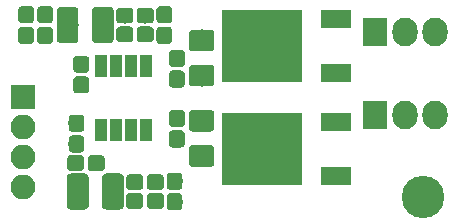
<source format=gts>
G04 #@! TF.GenerationSoftware,KiCad,Pcbnew,(5.0.1-dev-70-gb7b125d83)*
G04 #@! TF.CreationDate,2018-10-13T00:28:44+02:00*
G04 #@! TF.ProjectId,pwm-fan-control,70776D2D66616E2D636F6E74726F6C2E,rev?*
G04 #@! TF.SameCoordinates,Original*
G04 #@! TF.FileFunction,Soldermask,Top*
G04 #@! TF.FilePolarity,Negative*
%FSLAX46Y46*%
G04 Gerber Fmt 4.6, Leading zero omitted, Abs format (unit mm)*
G04 Created by KiCad (PCBNEW (5.0.1-dev-70-gb7b125d83)) date 10/13/18 00:28:44*
%MOMM*%
%LPD*%
G01*
G04 APERTURE LIST*
%ADD10R,2.600000X1.600000*%
%ADD11R,6.800000X6.200000*%
%ADD12C,0.100000*%
%ADD13C,1.825000*%
%ADD14C,1.350000*%
%ADD15O,2.130000X2.430000*%
%ADD16R,2.130000X2.430000*%
%ADD17R,2.100000X2.100000*%
%ADD18O,2.100000X2.100000*%
%ADD19R,1.000000X1.950000*%
%ADD20C,3.600000*%
G04 APERTURE END LIST*
D10*
G04 #@! TO.C,Q1*
X236200000Y-59180000D03*
X236200000Y-54620000D03*
D11*
X229900000Y-56900000D03*
G04 #@! TD*
G04 #@! TO.C,Q2*
X229900000Y-48200000D03*
D10*
X236200000Y-45920000D03*
X236200000Y-50480000D03*
G04 #@! TD*
D12*
G04 #@! TO.C,R12*
G36*
X225586207Y-49776542D02*
X225617287Y-49781152D01*
X225647766Y-49788787D01*
X225677350Y-49799372D01*
X225705754Y-49812806D01*
X225732704Y-49828959D01*
X225757942Y-49847677D01*
X225781223Y-49868777D01*
X225802323Y-49892058D01*
X225821041Y-49917296D01*
X225837194Y-49944246D01*
X225850628Y-49972650D01*
X225861213Y-50002234D01*
X225868848Y-50032713D01*
X225873458Y-50063793D01*
X225875000Y-50095176D01*
X225875000Y-51279824D01*
X225873458Y-51311207D01*
X225868848Y-51342287D01*
X225861213Y-51372766D01*
X225850628Y-51402350D01*
X225837194Y-51430754D01*
X225821041Y-51457704D01*
X225802323Y-51482942D01*
X225781223Y-51506223D01*
X225757942Y-51527323D01*
X225732704Y-51546041D01*
X225705754Y-51562194D01*
X225677350Y-51575628D01*
X225647766Y-51586213D01*
X225617287Y-51593848D01*
X225586207Y-51598458D01*
X225554824Y-51600000D01*
X224045176Y-51600000D01*
X224013793Y-51598458D01*
X223982713Y-51593848D01*
X223952234Y-51586213D01*
X223922650Y-51575628D01*
X223894246Y-51562194D01*
X223867296Y-51546041D01*
X223842058Y-51527323D01*
X223818777Y-51506223D01*
X223797677Y-51482942D01*
X223778959Y-51457704D01*
X223762806Y-51430754D01*
X223749372Y-51402350D01*
X223738787Y-51372766D01*
X223731152Y-51342287D01*
X223726542Y-51311207D01*
X223725000Y-51279824D01*
X223725000Y-50095176D01*
X223726542Y-50063793D01*
X223731152Y-50032713D01*
X223738787Y-50002234D01*
X223749372Y-49972650D01*
X223762806Y-49944246D01*
X223778959Y-49917296D01*
X223797677Y-49892058D01*
X223818777Y-49868777D01*
X223842058Y-49847677D01*
X223867296Y-49828959D01*
X223894246Y-49812806D01*
X223922650Y-49799372D01*
X223952234Y-49788787D01*
X223982713Y-49781152D01*
X224013793Y-49776542D01*
X224045176Y-49775000D01*
X225554824Y-49775000D01*
X225586207Y-49776542D01*
X225586207Y-49776542D01*
G37*
D13*
X224800000Y-50687500D03*
D12*
G36*
X225586207Y-46801542D02*
X225617287Y-46806152D01*
X225647766Y-46813787D01*
X225677350Y-46824372D01*
X225705754Y-46837806D01*
X225732704Y-46853959D01*
X225757942Y-46872677D01*
X225781223Y-46893777D01*
X225802323Y-46917058D01*
X225821041Y-46942296D01*
X225837194Y-46969246D01*
X225850628Y-46997650D01*
X225861213Y-47027234D01*
X225868848Y-47057713D01*
X225873458Y-47088793D01*
X225875000Y-47120176D01*
X225875000Y-48304824D01*
X225873458Y-48336207D01*
X225868848Y-48367287D01*
X225861213Y-48397766D01*
X225850628Y-48427350D01*
X225837194Y-48455754D01*
X225821041Y-48482704D01*
X225802323Y-48507942D01*
X225781223Y-48531223D01*
X225757942Y-48552323D01*
X225732704Y-48571041D01*
X225705754Y-48587194D01*
X225677350Y-48600628D01*
X225647766Y-48611213D01*
X225617287Y-48618848D01*
X225586207Y-48623458D01*
X225554824Y-48625000D01*
X224045176Y-48625000D01*
X224013793Y-48623458D01*
X223982713Y-48618848D01*
X223952234Y-48611213D01*
X223922650Y-48600628D01*
X223894246Y-48587194D01*
X223867296Y-48571041D01*
X223842058Y-48552323D01*
X223818777Y-48531223D01*
X223797677Y-48507942D01*
X223778959Y-48482704D01*
X223762806Y-48455754D01*
X223749372Y-48427350D01*
X223738787Y-48397766D01*
X223731152Y-48367287D01*
X223726542Y-48336207D01*
X223725000Y-48304824D01*
X223725000Y-47120176D01*
X223726542Y-47088793D01*
X223731152Y-47057713D01*
X223738787Y-47027234D01*
X223749372Y-46997650D01*
X223762806Y-46969246D01*
X223778959Y-46942296D01*
X223797677Y-46917058D01*
X223818777Y-46893777D01*
X223842058Y-46872677D01*
X223867296Y-46853959D01*
X223894246Y-46837806D01*
X223922650Y-46824372D01*
X223952234Y-46813787D01*
X223982713Y-46806152D01*
X224013793Y-46801542D01*
X224045176Y-46800000D01*
X225554824Y-46800000D01*
X225586207Y-46801542D01*
X225586207Y-46801542D01*
G37*
D13*
X224800000Y-47712500D03*
G04 #@! TD*
D12*
G04 #@! TO.C,R10*
G36*
X223070581Y-50251625D02*
X223103343Y-50256485D01*
X223135471Y-50264533D01*
X223166656Y-50275691D01*
X223196596Y-50289852D01*
X223225005Y-50306879D01*
X223251608Y-50326609D01*
X223276149Y-50348851D01*
X223298391Y-50373392D01*
X223318121Y-50399995D01*
X223335148Y-50428404D01*
X223349309Y-50458344D01*
X223360467Y-50489529D01*
X223368515Y-50521657D01*
X223373375Y-50554419D01*
X223375000Y-50587500D01*
X223375000Y-51362500D01*
X223373375Y-51395581D01*
X223368515Y-51428343D01*
X223360467Y-51460471D01*
X223349309Y-51491656D01*
X223335148Y-51521596D01*
X223318121Y-51550005D01*
X223298391Y-51576608D01*
X223276149Y-51601149D01*
X223251608Y-51623391D01*
X223225005Y-51643121D01*
X223196596Y-51660148D01*
X223166656Y-51674309D01*
X223135471Y-51685467D01*
X223103343Y-51693515D01*
X223070581Y-51698375D01*
X223037500Y-51700000D01*
X222362500Y-51700000D01*
X222329419Y-51698375D01*
X222296657Y-51693515D01*
X222264529Y-51685467D01*
X222233344Y-51674309D01*
X222203404Y-51660148D01*
X222174995Y-51643121D01*
X222148392Y-51623391D01*
X222123851Y-51601149D01*
X222101609Y-51576608D01*
X222081879Y-51550005D01*
X222064852Y-51521596D01*
X222050691Y-51491656D01*
X222039533Y-51460471D01*
X222031485Y-51428343D01*
X222026625Y-51395581D01*
X222025000Y-51362500D01*
X222025000Y-50587500D01*
X222026625Y-50554419D01*
X222031485Y-50521657D01*
X222039533Y-50489529D01*
X222050691Y-50458344D01*
X222064852Y-50428404D01*
X222081879Y-50399995D01*
X222101609Y-50373392D01*
X222123851Y-50348851D01*
X222148392Y-50326609D01*
X222174995Y-50306879D01*
X222203404Y-50289852D01*
X222233344Y-50275691D01*
X222264529Y-50264533D01*
X222296657Y-50256485D01*
X222329419Y-50251625D01*
X222362500Y-50250000D01*
X223037500Y-50250000D01*
X223070581Y-50251625D01*
X223070581Y-50251625D01*
G37*
D14*
X222700000Y-50975000D03*
D12*
G36*
X223070581Y-48501625D02*
X223103343Y-48506485D01*
X223135471Y-48514533D01*
X223166656Y-48525691D01*
X223196596Y-48539852D01*
X223225005Y-48556879D01*
X223251608Y-48576609D01*
X223276149Y-48598851D01*
X223298391Y-48623392D01*
X223318121Y-48649995D01*
X223335148Y-48678404D01*
X223349309Y-48708344D01*
X223360467Y-48739529D01*
X223368515Y-48771657D01*
X223373375Y-48804419D01*
X223375000Y-48837500D01*
X223375000Y-49612500D01*
X223373375Y-49645581D01*
X223368515Y-49678343D01*
X223360467Y-49710471D01*
X223349309Y-49741656D01*
X223335148Y-49771596D01*
X223318121Y-49800005D01*
X223298391Y-49826608D01*
X223276149Y-49851149D01*
X223251608Y-49873391D01*
X223225005Y-49893121D01*
X223196596Y-49910148D01*
X223166656Y-49924309D01*
X223135471Y-49935467D01*
X223103343Y-49943515D01*
X223070581Y-49948375D01*
X223037500Y-49950000D01*
X222362500Y-49950000D01*
X222329419Y-49948375D01*
X222296657Y-49943515D01*
X222264529Y-49935467D01*
X222233344Y-49924309D01*
X222203404Y-49910148D01*
X222174995Y-49893121D01*
X222148392Y-49873391D01*
X222123851Y-49851149D01*
X222101609Y-49826608D01*
X222081879Y-49800005D01*
X222064852Y-49771596D01*
X222050691Y-49741656D01*
X222039533Y-49710471D01*
X222031485Y-49678343D01*
X222026625Y-49645581D01*
X222025000Y-49612500D01*
X222025000Y-48837500D01*
X222026625Y-48804419D01*
X222031485Y-48771657D01*
X222039533Y-48739529D01*
X222050691Y-48708344D01*
X222064852Y-48678404D01*
X222081879Y-48649995D01*
X222101609Y-48623392D01*
X222123851Y-48598851D01*
X222148392Y-48576609D01*
X222174995Y-48556879D01*
X222203404Y-48539852D01*
X222233344Y-48525691D01*
X222264529Y-48514533D01*
X222296657Y-48506485D01*
X222329419Y-48501625D01*
X222362500Y-48500000D01*
X223037500Y-48500000D01*
X223070581Y-48501625D01*
X223070581Y-48501625D01*
G37*
D14*
X222700000Y-49225000D03*
G04 #@! TD*
D12*
G04 #@! TO.C,R9*
G36*
X218695581Y-46526625D02*
X218728343Y-46531485D01*
X218760471Y-46539533D01*
X218791656Y-46550691D01*
X218821596Y-46564852D01*
X218850005Y-46581879D01*
X218876608Y-46601609D01*
X218901149Y-46623851D01*
X218923391Y-46648392D01*
X218943121Y-46674995D01*
X218960148Y-46703404D01*
X218974309Y-46733344D01*
X218985467Y-46764529D01*
X218993515Y-46796657D01*
X218998375Y-46829419D01*
X219000000Y-46862500D01*
X219000000Y-47537500D01*
X218998375Y-47570581D01*
X218993515Y-47603343D01*
X218985467Y-47635471D01*
X218974309Y-47666656D01*
X218960148Y-47696596D01*
X218943121Y-47725005D01*
X218923391Y-47751608D01*
X218901149Y-47776149D01*
X218876608Y-47798391D01*
X218850005Y-47818121D01*
X218821596Y-47835148D01*
X218791656Y-47849309D01*
X218760471Y-47860467D01*
X218728343Y-47868515D01*
X218695581Y-47873375D01*
X218662500Y-47875000D01*
X217887500Y-47875000D01*
X217854419Y-47873375D01*
X217821657Y-47868515D01*
X217789529Y-47860467D01*
X217758344Y-47849309D01*
X217728404Y-47835148D01*
X217699995Y-47818121D01*
X217673392Y-47798391D01*
X217648851Y-47776149D01*
X217626609Y-47751608D01*
X217606879Y-47725005D01*
X217589852Y-47696596D01*
X217575691Y-47666656D01*
X217564533Y-47635471D01*
X217556485Y-47603343D01*
X217551625Y-47570581D01*
X217550000Y-47537500D01*
X217550000Y-46862500D01*
X217551625Y-46829419D01*
X217556485Y-46796657D01*
X217564533Y-46764529D01*
X217575691Y-46733344D01*
X217589852Y-46703404D01*
X217606879Y-46674995D01*
X217626609Y-46648392D01*
X217648851Y-46623851D01*
X217673392Y-46601609D01*
X217699995Y-46581879D01*
X217728404Y-46564852D01*
X217758344Y-46550691D01*
X217789529Y-46539533D01*
X217821657Y-46531485D01*
X217854419Y-46526625D01*
X217887500Y-46525000D01*
X218662500Y-46525000D01*
X218695581Y-46526625D01*
X218695581Y-46526625D01*
G37*
D14*
X218275000Y-47200000D03*
D12*
G36*
X220445581Y-46526625D02*
X220478343Y-46531485D01*
X220510471Y-46539533D01*
X220541656Y-46550691D01*
X220571596Y-46564852D01*
X220600005Y-46581879D01*
X220626608Y-46601609D01*
X220651149Y-46623851D01*
X220673391Y-46648392D01*
X220693121Y-46674995D01*
X220710148Y-46703404D01*
X220724309Y-46733344D01*
X220735467Y-46764529D01*
X220743515Y-46796657D01*
X220748375Y-46829419D01*
X220750000Y-46862500D01*
X220750000Y-47537500D01*
X220748375Y-47570581D01*
X220743515Y-47603343D01*
X220735467Y-47635471D01*
X220724309Y-47666656D01*
X220710148Y-47696596D01*
X220693121Y-47725005D01*
X220673391Y-47751608D01*
X220651149Y-47776149D01*
X220626608Y-47798391D01*
X220600005Y-47818121D01*
X220571596Y-47835148D01*
X220541656Y-47849309D01*
X220510471Y-47860467D01*
X220478343Y-47868515D01*
X220445581Y-47873375D01*
X220412500Y-47875000D01*
X219637500Y-47875000D01*
X219604419Y-47873375D01*
X219571657Y-47868515D01*
X219539529Y-47860467D01*
X219508344Y-47849309D01*
X219478404Y-47835148D01*
X219449995Y-47818121D01*
X219423392Y-47798391D01*
X219398851Y-47776149D01*
X219376609Y-47751608D01*
X219356879Y-47725005D01*
X219339852Y-47696596D01*
X219325691Y-47666656D01*
X219314533Y-47635471D01*
X219306485Y-47603343D01*
X219301625Y-47570581D01*
X219300000Y-47537500D01*
X219300000Y-46862500D01*
X219301625Y-46829419D01*
X219306485Y-46796657D01*
X219314533Y-46764529D01*
X219325691Y-46733344D01*
X219339852Y-46703404D01*
X219356879Y-46674995D01*
X219376609Y-46648392D01*
X219398851Y-46623851D01*
X219423392Y-46601609D01*
X219449995Y-46581879D01*
X219478404Y-46564852D01*
X219508344Y-46550691D01*
X219539529Y-46539533D01*
X219571657Y-46531485D01*
X219604419Y-46526625D01*
X219637500Y-46525000D01*
X220412500Y-46525000D01*
X220445581Y-46526625D01*
X220445581Y-46526625D01*
G37*
D14*
X220025000Y-47200000D03*
G04 #@! TD*
D12*
G04 #@! TO.C,C3*
G36*
X218695581Y-44926625D02*
X218728343Y-44931485D01*
X218760471Y-44939533D01*
X218791656Y-44950691D01*
X218821596Y-44964852D01*
X218850005Y-44981879D01*
X218876608Y-45001609D01*
X218901149Y-45023851D01*
X218923391Y-45048392D01*
X218943121Y-45074995D01*
X218960148Y-45103404D01*
X218974309Y-45133344D01*
X218985467Y-45164529D01*
X218993515Y-45196657D01*
X218998375Y-45229419D01*
X219000000Y-45262500D01*
X219000000Y-45937500D01*
X218998375Y-45970581D01*
X218993515Y-46003343D01*
X218985467Y-46035471D01*
X218974309Y-46066656D01*
X218960148Y-46096596D01*
X218943121Y-46125005D01*
X218923391Y-46151608D01*
X218901149Y-46176149D01*
X218876608Y-46198391D01*
X218850005Y-46218121D01*
X218821596Y-46235148D01*
X218791656Y-46249309D01*
X218760471Y-46260467D01*
X218728343Y-46268515D01*
X218695581Y-46273375D01*
X218662500Y-46275000D01*
X217887500Y-46275000D01*
X217854419Y-46273375D01*
X217821657Y-46268515D01*
X217789529Y-46260467D01*
X217758344Y-46249309D01*
X217728404Y-46235148D01*
X217699995Y-46218121D01*
X217673392Y-46198391D01*
X217648851Y-46176149D01*
X217626609Y-46151608D01*
X217606879Y-46125005D01*
X217589852Y-46096596D01*
X217575691Y-46066656D01*
X217564533Y-46035471D01*
X217556485Y-46003343D01*
X217551625Y-45970581D01*
X217550000Y-45937500D01*
X217550000Y-45262500D01*
X217551625Y-45229419D01*
X217556485Y-45196657D01*
X217564533Y-45164529D01*
X217575691Y-45133344D01*
X217589852Y-45103404D01*
X217606879Y-45074995D01*
X217626609Y-45048392D01*
X217648851Y-45023851D01*
X217673392Y-45001609D01*
X217699995Y-44981879D01*
X217728404Y-44964852D01*
X217758344Y-44950691D01*
X217789529Y-44939533D01*
X217821657Y-44931485D01*
X217854419Y-44926625D01*
X217887500Y-44925000D01*
X218662500Y-44925000D01*
X218695581Y-44926625D01*
X218695581Y-44926625D01*
G37*
D14*
X218275000Y-45600000D03*
D12*
G36*
X220445581Y-44926625D02*
X220478343Y-44931485D01*
X220510471Y-44939533D01*
X220541656Y-44950691D01*
X220571596Y-44964852D01*
X220600005Y-44981879D01*
X220626608Y-45001609D01*
X220651149Y-45023851D01*
X220673391Y-45048392D01*
X220693121Y-45074995D01*
X220710148Y-45103404D01*
X220724309Y-45133344D01*
X220735467Y-45164529D01*
X220743515Y-45196657D01*
X220748375Y-45229419D01*
X220750000Y-45262500D01*
X220750000Y-45937500D01*
X220748375Y-45970581D01*
X220743515Y-46003343D01*
X220735467Y-46035471D01*
X220724309Y-46066656D01*
X220710148Y-46096596D01*
X220693121Y-46125005D01*
X220673391Y-46151608D01*
X220651149Y-46176149D01*
X220626608Y-46198391D01*
X220600005Y-46218121D01*
X220571596Y-46235148D01*
X220541656Y-46249309D01*
X220510471Y-46260467D01*
X220478343Y-46268515D01*
X220445581Y-46273375D01*
X220412500Y-46275000D01*
X219637500Y-46275000D01*
X219604419Y-46273375D01*
X219571657Y-46268515D01*
X219539529Y-46260467D01*
X219508344Y-46249309D01*
X219478404Y-46235148D01*
X219449995Y-46218121D01*
X219423392Y-46198391D01*
X219398851Y-46176149D01*
X219376609Y-46151608D01*
X219356879Y-46125005D01*
X219339852Y-46096596D01*
X219325691Y-46066656D01*
X219314533Y-46035471D01*
X219306485Y-46003343D01*
X219301625Y-45970581D01*
X219300000Y-45937500D01*
X219300000Y-45262500D01*
X219301625Y-45229419D01*
X219306485Y-45196657D01*
X219314533Y-45164529D01*
X219325691Y-45133344D01*
X219339852Y-45103404D01*
X219356879Y-45074995D01*
X219376609Y-45048392D01*
X219398851Y-45023851D01*
X219423392Y-45001609D01*
X219449995Y-44981879D01*
X219478404Y-44964852D01*
X219508344Y-44950691D01*
X219539529Y-44939533D01*
X219571657Y-44931485D01*
X219604419Y-44926625D01*
X219637500Y-44925000D01*
X220412500Y-44925000D01*
X220445581Y-44926625D01*
X220445581Y-44926625D01*
G37*
D14*
X220025000Y-45600000D03*
G04 #@! TD*
D12*
G04 #@! TO.C,L2*
G36*
X214074102Y-44876542D02*
X214105182Y-44881152D01*
X214135661Y-44888787D01*
X214165245Y-44899372D01*
X214193649Y-44912806D01*
X214220599Y-44928959D01*
X214245837Y-44947677D01*
X214269118Y-44968777D01*
X214290218Y-44992058D01*
X214308936Y-45017296D01*
X214325089Y-45044246D01*
X214338523Y-45072650D01*
X214349108Y-45102234D01*
X214356743Y-45132713D01*
X214361353Y-45163793D01*
X214362895Y-45195176D01*
X214362895Y-47604824D01*
X214361353Y-47636207D01*
X214356743Y-47667287D01*
X214349108Y-47697766D01*
X214338523Y-47727350D01*
X214325089Y-47755754D01*
X214308936Y-47782704D01*
X214290218Y-47807942D01*
X214269118Y-47831223D01*
X214245837Y-47852323D01*
X214220599Y-47871041D01*
X214193649Y-47887194D01*
X214165245Y-47900628D01*
X214135661Y-47911213D01*
X214105182Y-47918848D01*
X214074102Y-47923458D01*
X214042719Y-47925000D01*
X212858071Y-47925000D01*
X212826688Y-47923458D01*
X212795608Y-47918848D01*
X212765129Y-47911213D01*
X212735545Y-47900628D01*
X212707141Y-47887194D01*
X212680191Y-47871041D01*
X212654953Y-47852323D01*
X212631672Y-47831223D01*
X212610572Y-47807942D01*
X212591854Y-47782704D01*
X212575701Y-47755754D01*
X212562267Y-47727350D01*
X212551682Y-47697766D01*
X212544047Y-47667287D01*
X212539437Y-47636207D01*
X212537895Y-47604824D01*
X212537895Y-45195176D01*
X212539437Y-45163793D01*
X212544047Y-45132713D01*
X212551682Y-45102234D01*
X212562267Y-45072650D01*
X212575701Y-45044246D01*
X212591854Y-45017296D01*
X212610572Y-44992058D01*
X212631672Y-44968777D01*
X212654953Y-44947677D01*
X212680191Y-44928959D01*
X212707141Y-44912806D01*
X212735545Y-44899372D01*
X212765129Y-44888787D01*
X212795608Y-44881152D01*
X212826688Y-44876542D01*
X212858071Y-44875000D01*
X214042719Y-44875000D01*
X214074102Y-44876542D01*
X214074102Y-44876542D01*
G37*
D13*
X213450395Y-46400000D03*
D12*
G36*
X217049102Y-44876542D02*
X217080182Y-44881152D01*
X217110661Y-44888787D01*
X217140245Y-44899372D01*
X217168649Y-44912806D01*
X217195599Y-44928959D01*
X217220837Y-44947677D01*
X217244118Y-44968777D01*
X217265218Y-44992058D01*
X217283936Y-45017296D01*
X217300089Y-45044246D01*
X217313523Y-45072650D01*
X217324108Y-45102234D01*
X217331743Y-45132713D01*
X217336353Y-45163793D01*
X217337895Y-45195176D01*
X217337895Y-47604824D01*
X217336353Y-47636207D01*
X217331743Y-47667287D01*
X217324108Y-47697766D01*
X217313523Y-47727350D01*
X217300089Y-47755754D01*
X217283936Y-47782704D01*
X217265218Y-47807942D01*
X217244118Y-47831223D01*
X217220837Y-47852323D01*
X217195599Y-47871041D01*
X217168649Y-47887194D01*
X217140245Y-47900628D01*
X217110661Y-47911213D01*
X217080182Y-47918848D01*
X217049102Y-47923458D01*
X217017719Y-47925000D01*
X215833071Y-47925000D01*
X215801688Y-47923458D01*
X215770608Y-47918848D01*
X215740129Y-47911213D01*
X215710545Y-47900628D01*
X215682141Y-47887194D01*
X215655191Y-47871041D01*
X215629953Y-47852323D01*
X215606672Y-47831223D01*
X215585572Y-47807942D01*
X215566854Y-47782704D01*
X215550701Y-47755754D01*
X215537267Y-47727350D01*
X215526682Y-47697766D01*
X215519047Y-47667287D01*
X215514437Y-47636207D01*
X215512895Y-47604824D01*
X215512895Y-45195176D01*
X215514437Y-45163793D01*
X215519047Y-45132713D01*
X215526682Y-45102234D01*
X215537267Y-45072650D01*
X215550701Y-45044246D01*
X215566854Y-45017296D01*
X215585572Y-44992058D01*
X215606672Y-44968777D01*
X215629953Y-44947677D01*
X215655191Y-44928959D01*
X215682141Y-44912806D01*
X215710545Y-44899372D01*
X215740129Y-44888787D01*
X215770608Y-44881152D01*
X215801688Y-44876542D01*
X215833071Y-44875000D01*
X217017719Y-44875000D01*
X217049102Y-44876542D01*
X217049102Y-44876542D01*
G37*
D13*
X216425395Y-46400000D03*
G04 #@! TD*
D12*
G04 #@! TO.C,R11*
G36*
X222008476Y-44801625D02*
X222041238Y-44806485D01*
X222073366Y-44814533D01*
X222104551Y-44825691D01*
X222134491Y-44839852D01*
X222162900Y-44856879D01*
X222189503Y-44876609D01*
X222214044Y-44898851D01*
X222236286Y-44923392D01*
X222256016Y-44949995D01*
X222273043Y-44978404D01*
X222287204Y-45008344D01*
X222298362Y-45039529D01*
X222306410Y-45071657D01*
X222311270Y-45104419D01*
X222312895Y-45137500D01*
X222312895Y-45912500D01*
X222311270Y-45945581D01*
X222306410Y-45978343D01*
X222298362Y-46010471D01*
X222287204Y-46041656D01*
X222273043Y-46071596D01*
X222256016Y-46100005D01*
X222236286Y-46126608D01*
X222214044Y-46151149D01*
X222189503Y-46173391D01*
X222162900Y-46193121D01*
X222134491Y-46210148D01*
X222104551Y-46224309D01*
X222073366Y-46235467D01*
X222041238Y-46243515D01*
X222008476Y-46248375D01*
X221975395Y-46250000D01*
X221300395Y-46250000D01*
X221267314Y-46248375D01*
X221234552Y-46243515D01*
X221202424Y-46235467D01*
X221171239Y-46224309D01*
X221141299Y-46210148D01*
X221112890Y-46193121D01*
X221086287Y-46173391D01*
X221061746Y-46151149D01*
X221039504Y-46126608D01*
X221019774Y-46100005D01*
X221002747Y-46071596D01*
X220988586Y-46041656D01*
X220977428Y-46010471D01*
X220969380Y-45978343D01*
X220964520Y-45945581D01*
X220962895Y-45912500D01*
X220962895Y-45137500D01*
X220964520Y-45104419D01*
X220969380Y-45071657D01*
X220977428Y-45039529D01*
X220988586Y-45008344D01*
X221002747Y-44978404D01*
X221019774Y-44949995D01*
X221039504Y-44923392D01*
X221061746Y-44898851D01*
X221086287Y-44876609D01*
X221112890Y-44856879D01*
X221141299Y-44839852D01*
X221171239Y-44825691D01*
X221202424Y-44814533D01*
X221234552Y-44806485D01*
X221267314Y-44801625D01*
X221300395Y-44800000D01*
X221975395Y-44800000D01*
X222008476Y-44801625D01*
X222008476Y-44801625D01*
G37*
D14*
X221637895Y-45525000D03*
D12*
G36*
X222008476Y-46551625D02*
X222041238Y-46556485D01*
X222073366Y-46564533D01*
X222104551Y-46575691D01*
X222134491Y-46589852D01*
X222162900Y-46606879D01*
X222189503Y-46626609D01*
X222214044Y-46648851D01*
X222236286Y-46673392D01*
X222256016Y-46699995D01*
X222273043Y-46728404D01*
X222287204Y-46758344D01*
X222298362Y-46789529D01*
X222306410Y-46821657D01*
X222311270Y-46854419D01*
X222312895Y-46887500D01*
X222312895Y-47662500D01*
X222311270Y-47695581D01*
X222306410Y-47728343D01*
X222298362Y-47760471D01*
X222287204Y-47791656D01*
X222273043Y-47821596D01*
X222256016Y-47850005D01*
X222236286Y-47876608D01*
X222214044Y-47901149D01*
X222189503Y-47923391D01*
X222162900Y-47943121D01*
X222134491Y-47960148D01*
X222104551Y-47974309D01*
X222073366Y-47985467D01*
X222041238Y-47993515D01*
X222008476Y-47998375D01*
X221975395Y-48000000D01*
X221300395Y-48000000D01*
X221267314Y-47998375D01*
X221234552Y-47993515D01*
X221202424Y-47985467D01*
X221171239Y-47974309D01*
X221141299Y-47960148D01*
X221112890Y-47943121D01*
X221086287Y-47923391D01*
X221061746Y-47901149D01*
X221039504Y-47876608D01*
X221019774Y-47850005D01*
X221002747Y-47821596D01*
X220988586Y-47791656D01*
X220977428Y-47760471D01*
X220969380Y-47728343D01*
X220964520Y-47695581D01*
X220962895Y-47662500D01*
X220962895Y-46887500D01*
X220964520Y-46854419D01*
X220969380Y-46821657D01*
X220977428Y-46789529D01*
X220988586Y-46758344D01*
X221002747Y-46728404D01*
X221019774Y-46699995D01*
X221039504Y-46673392D01*
X221061746Y-46648851D01*
X221086287Y-46626609D01*
X221112890Y-46606879D01*
X221141299Y-46589852D01*
X221171239Y-46575691D01*
X221202424Y-46564533D01*
X221234552Y-46556485D01*
X221267314Y-46551625D01*
X221300395Y-46550000D01*
X221975395Y-46550000D01*
X222008476Y-46551625D01*
X222008476Y-46551625D01*
G37*
D14*
X221637895Y-47275000D03*
G04 #@! TD*
D12*
G04 #@! TO.C,R8*
G36*
X211908476Y-44801625D02*
X211941238Y-44806485D01*
X211973366Y-44814533D01*
X212004551Y-44825691D01*
X212034491Y-44839852D01*
X212062900Y-44856879D01*
X212089503Y-44876609D01*
X212114044Y-44898851D01*
X212136286Y-44923392D01*
X212156016Y-44949995D01*
X212173043Y-44978404D01*
X212187204Y-45008344D01*
X212198362Y-45039529D01*
X212206410Y-45071657D01*
X212211270Y-45104419D01*
X212212895Y-45137500D01*
X212212895Y-45912500D01*
X212211270Y-45945581D01*
X212206410Y-45978343D01*
X212198362Y-46010471D01*
X212187204Y-46041656D01*
X212173043Y-46071596D01*
X212156016Y-46100005D01*
X212136286Y-46126608D01*
X212114044Y-46151149D01*
X212089503Y-46173391D01*
X212062900Y-46193121D01*
X212034491Y-46210148D01*
X212004551Y-46224309D01*
X211973366Y-46235467D01*
X211941238Y-46243515D01*
X211908476Y-46248375D01*
X211875395Y-46250000D01*
X211200395Y-46250000D01*
X211167314Y-46248375D01*
X211134552Y-46243515D01*
X211102424Y-46235467D01*
X211071239Y-46224309D01*
X211041299Y-46210148D01*
X211012890Y-46193121D01*
X210986287Y-46173391D01*
X210961746Y-46151149D01*
X210939504Y-46126608D01*
X210919774Y-46100005D01*
X210902747Y-46071596D01*
X210888586Y-46041656D01*
X210877428Y-46010471D01*
X210869380Y-45978343D01*
X210864520Y-45945581D01*
X210862895Y-45912500D01*
X210862895Y-45137500D01*
X210864520Y-45104419D01*
X210869380Y-45071657D01*
X210877428Y-45039529D01*
X210888586Y-45008344D01*
X210902747Y-44978404D01*
X210919774Y-44949995D01*
X210939504Y-44923392D01*
X210961746Y-44898851D01*
X210986287Y-44876609D01*
X211012890Y-44856879D01*
X211041299Y-44839852D01*
X211071239Y-44825691D01*
X211102424Y-44814533D01*
X211134552Y-44806485D01*
X211167314Y-44801625D01*
X211200395Y-44800000D01*
X211875395Y-44800000D01*
X211908476Y-44801625D01*
X211908476Y-44801625D01*
G37*
D14*
X211537895Y-45525000D03*
D12*
G36*
X211908476Y-46551625D02*
X211941238Y-46556485D01*
X211973366Y-46564533D01*
X212004551Y-46575691D01*
X212034491Y-46589852D01*
X212062900Y-46606879D01*
X212089503Y-46626609D01*
X212114044Y-46648851D01*
X212136286Y-46673392D01*
X212156016Y-46699995D01*
X212173043Y-46728404D01*
X212187204Y-46758344D01*
X212198362Y-46789529D01*
X212206410Y-46821657D01*
X212211270Y-46854419D01*
X212212895Y-46887500D01*
X212212895Y-47662500D01*
X212211270Y-47695581D01*
X212206410Y-47728343D01*
X212198362Y-47760471D01*
X212187204Y-47791656D01*
X212173043Y-47821596D01*
X212156016Y-47850005D01*
X212136286Y-47876608D01*
X212114044Y-47901149D01*
X212089503Y-47923391D01*
X212062900Y-47943121D01*
X212034491Y-47960148D01*
X212004551Y-47974309D01*
X211973366Y-47985467D01*
X211941238Y-47993515D01*
X211908476Y-47998375D01*
X211875395Y-48000000D01*
X211200395Y-48000000D01*
X211167314Y-47998375D01*
X211134552Y-47993515D01*
X211102424Y-47985467D01*
X211071239Y-47974309D01*
X211041299Y-47960148D01*
X211012890Y-47943121D01*
X210986287Y-47923391D01*
X210961746Y-47901149D01*
X210939504Y-47876608D01*
X210919774Y-47850005D01*
X210902747Y-47821596D01*
X210888586Y-47791656D01*
X210877428Y-47760471D01*
X210869380Y-47728343D01*
X210864520Y-47695581D01*
X210862895Y-47662500D01*
X210862895Y-46887500D01*
X210864520Y-46854419D01*
X210869380Y-46821657D01*
X210877428Y-46789529D01*
X210888586Y-46758344D01*
X210902747Y-46728404D01*
X210919774Y-46699995D01*
X210939504Y-46673392D01*
X210961746Y-46648851D01*
X210986287Y-46626609D01*
X211012890Y-46606879D01*
X211041299Y-46589852D01*
X211071239Y-46575691D01*
X211102424Y-46564533D01*
X211134552Y-46556485D01*
X211167314Y-46551625D01*
X211200395Y-46550000D01*
X211875395Y-46550000D01*
X211908476Y-46551625D01*
X211908476Y-46551625D01*
G37*
D14*
X211537895Y-47275000D03*
G04 #@! TD*
D12*
G04 #@! TO.C,R7*
G36*
X210308476Y-44801625D02*
X210341238Y-44806485D01*
X210373366Y-44814533D01*
X210404551Y-44825691D01*
X210434491Y-44839852D01*
X210462900Y-44856879D01*
X210489503Y-44876609D01*
X210514044Y-44898851D01*
X210536286Y-44923392D01*
X210556016Y-44949995D01*
X210573043Y-44978404D01*
X210587204Y-45008344D01*
X210598362Y-45039529D01*
X210606410Y-45071657D01*
X210611270Y-45104419D01*
X210612895Y-45137500D01*
X210612895Y-45912500D01*
X210611270Y-45945581D01*
X210606410Y-45978343D01*
X210598362Y-46010471D01*
X210587204Y-46041656D01*
X210573043Y-46071596D01*
X210556016Y-46100005D01*
X210536286Y-46126608D01*
X210514044Y-46151149D01*
X210489503Y-46173391D01*
X210462900Y-46193121D01*
X210434491Y-46210148D01*
X210404551Y-46224309D01*
X210373366Y-46235467D01*
X210341238Y-46243515D01*
X210308476Y-46248375D01*
X210275395Y-46250000D01*
X209600395Y-46250000D01*
X209567314Y-46248375D01*
X209534552Y-46243515D01*
X209502424Y-46235467D01*
X209471239Y-46224309D01*
X209441299Y-46210148D01*
X209412890Y-46193121D01*
X209386287Y-46173391D01*
X209361746Y-46151149D01*
X209339504Y-46126608D01*
X209319774Y-46100005D01*
X209302747Y-46071596D01*
X209288586Y-46041656D01*
X209277428Y-46010471D01*
X209269380Y-45978343D01*
X209264520Y-45945581D01*
X209262895Y-45912500D01*
X209262895Y-45137500D01*
X209264520Y-45104419D01*
X209269380Y-45071657D01*
X209277428Y-45039529D01*
X209288586Y-45008344D01*
X209302747Y-44978404D01*
X209319774Y-44949995D01*
X209339504Y-44923392D01*
X209361746Y-44898851D01*
X209386287Y-44876609D01*
X209412890Y-44856879D01*
X209441299Y-44839852D01*
X209471239Y-44825691D01*
X209502424Y-44814533D01*
X209534552Y-44806485D01*
X209567314Y-44801625D01*
X209600395Y-44800000D01*
X210275395Y-44800000D01*
X210308476Y-44801625D01*
X210308476Y-44801625D01*
G37*
D14*
X209937895Y-45525000D03*
D12*
G36*
X210308476Y-46551625D02*
X210341238Y-46556485D01*
X210373366Y-46564533D01*
X210404551Y-46575691D01*
X210434491Y-46589852D01*
X210462900Y-46606879D01*
X210489503Y-46626609D01*
X210514044Y-46648851D01*
X210536286Y-46673392D01*
X210556016Y-46699995D01*
X210573043Y-46728404D01*
X210587204Y-46758344D01*
X210598362Y-46789529D01*
X210606410Y-46821657D01*
X210611270Y-46854419D01*
X210612895Y-46887500D01*
X210612895Y-47662500D01*
X210611270Y-47695581D01*
X210606410Y-47728343D01*
X210598362Y-47760471D01*
X210587204Y-47791656D01*
X210573043Y-47821596D01*
X210556016Y-47850005D01*
X210536286Y-47876608D01*
X210514044Y-47901149D01*
X210489503Y-47923391D01*
X210462900Y-47943121D01*
X210434491Y-47960148D01*
X210404551Y-47974309D01*
X210373366Y-47985467D01*
X210341238Y-47993515D01*
X210308476Y-47998375D01*
X210275395Y-48000000D01*
X209600395Y-48000000D01*
X209567314Y-47998375D01*
X209534552Y-47993515D01*
X209502424Y-47985467D01*
X209471239Y-47974309D01*
X209441299Y-47960148D01*
X209412890Y-47943121D01*
X209386287Y-47923391D01*
X209361746Y-47901149D01*
X209339504Y-47876608D01*
X209319774Y-47850005D01*
X209302747Y-47821596D01*
X209288586Y-47791656D01*
X209277428Y-47760471D01*
X209269380Y-47728343D01*
X209264520Y-47695581D01*
X209262895Y-47662500D01*
X209262895Y-46887500D01*
X209264520Y-46854419D01*
X209269380Y-46821657D01*
X209277428Y-46789529D01*
X209288586Y-46758344D01*
X209302747Y-46728404D01*
X209319774Y-46699995D01*
X209339504Y-46673392D01*
X209361746Y-46648851D01*
X209386287Y-46626609D01*
X209412890Y-46606879D01*
X209441299Y-46589852D01*
X209471239Y-46575691D01*
X209502424Y-46564533D01*
X209534552Y-46556485D01*
X209567314Y-46551625D01*
X209600395Y-46550000D01*
X210275395Y-46550000D01*
X210308476Y-46551625D01*
X210308476Y-46551625D01*
G37*
D14*
X209937895Y-47275000D03*
G04 #@! TD*
D12*
G04 #@! TO.C,C1*
G36*
X214970581Y-49001625D02*
X215003343Y-49006485D01*
X215035471Y-49014533D01*
X215066656Y-49025691D01*
X215096596Y-49039852D01*
X215125005Y-49056879D01*
X215151608Y-49076609D01*
X215176149Y-49098851D01*
X215198391Y-49123392D01*
X215218121Y-49149995D01*
X215235148Y-49178404D01*
X215249309Y-49208344D01*
X215260467Y-49239529D01*
X215268515Y-49271657D01*
X215273375Y-49304419D01*
X215275000Y-49337500D01*
X215275000Y-50112500D01*
X215273375Y-50145581D01*
X215268515Y-50178343D01*
X215260467Y-50210471D01*
X215249309Y-50241656D01*
X215235148Y-50271596D01*
X215218121Y-50300005D01*
X215198391Y-50326608D01*
X215176149Y-50351149D01*
X215151608Y-50373391D01*
X215125005Y-50393121D01*
X215096596Y-50410148D01*
X215066656Y-50424309D01*
X215035471Y-50435467D01*
X215003343Y-50443515D01*
X214970581Y-50448375D01*
X214937500Y-50450000D01*
X214262500Y-50450000D01*
X214229419Y-50448375D01*
X214196657Y-50443515D01*
X214164529Y-50435467D01*
X214133344Y-50424309D01*
X214103404Y-50410148D01*
X214074995Y-50393121D01*
X214048392Y-50373391D01*
X214023851Y-50351149D01*
X214001609Y-50326608D01*
X213981879Y-50300005D01*
X213964852Y-50271596D01*
X213950691Y-50241656D01*
X213939533Y-50210471D01*
X213931485Y-50178343D01*
X213926625Y-50145581D01*
X213925000Y-50112500D01*
X213925000Y-49337500D01*
X213926625Y-49304419D01*
X213931485Y-49271657D01*
X213939533Y-49239529D01*
X213950691Y-49208344D01*
X213964852Y-49178404D01*
X213981879Y-49149995D01*
X214001609Y-49123392D01*
X214023851Y-49098851D01*
X214048392Y-49076609D01*
X214074995Y-49056879D01*
X214103404Y-49039852D01*
X214133344Y-49025691D01*
X214164529Y-49014533D01*
X214196657Y-49006485D01*
X214229419Y-49001625D01*
X214262500Y-49000000D01*
X214937500Y-49000000D01*
X214970581Y-49001625D01*
X214970581Y-49001625D01*
G37*
D14*
X214600000Y-49725000D03*
D12*
G36*
X214970581Y-50751625D02*
X215003343Y-50756485D01*
X215035471Y-50764533D01*
X215066656Y-50775691D01*
X215096596Y-50789852D01*
X215125005Y-50806879D01*
X215151608Y-50826609D01*
X215176149Y-50848851D01*
X215198391Y-50873392D01*
X215218121Y-50899995D01*
X215235148Y-50928404D01*
X215249309Y-50958344D01*
X215260467Y-50989529D01*
X215268515Y-51021657D01*
X215273375Y-51054419D01*
X215275000Y-51087500D01*
X215275000Y-51862500D01*
X215273375Y-51895581D01*
X215268515Y-51928343D01*
X215260467Y-51960471D01*
X215249309Y-51991656D01*
X215235148Y-52021596D01*
X215218121Y-52050005D01*
X215198391Y-52076608D01*
X215176149Y-52101149D01*
X215151608Y-52123391D01*
X215125005Y-52143121D01*
X215096596Y-52160148D01*
X215066656Y-52174309D01*
X215035471Y-52185467D01*
X215003343Y-52193515D01*
X214970581Y-52198375D01*
X214937500Y-52200000D01*
X214262500Y-52200000D01*
X214229419Y-52198375D01*
X214196657Y-52193515D01*
X214164529Y-52185467D01*
X214133344Y-52174309D01*
X214103404Y-52160148D01*
X214074995Y-52143121D01*
X214048392Y-52123391D01*
X214023851Y-52101149D01*
X214001609Y-52076608D01*
X213981879Y-52050005D01*
X213964852Y-52021596D01*
X213950691Y-51991656D01*
X213939533Y-51960471D01*
X213931485Y-51928343D01*
X213926625Y-51895581D01*
X213925000Y-51862500D01*
X213925000Y-51087500D01*
X213926625Y-51054419D01*
X213931485Y-51021657D01*
X213939533Y-50989529D01*
X213950691Y-50958344D01*
X213964852Y-50928404D01*
X213981879Y-50899995D01*
X214001609Y-50873392D01*
X214023851Y-50848851D01*
X214048392Y-50826609D01*
X214074995Y-50806879D01*
X214103404Y-50789852D01*
X214133344Y-50775691D01*
X214164529Y-50764533D01*
X214196657Y-50756485D01*
X214229419Y-50751625D01*
X214262500Y-50750000D01*
X214937500Y-50750000D01*
X214970581Y-50751625D01*
X214970581Y-50751625D01*
G37*
D14*
X214600000Y-51475000D03*
G04 #@! TD*
D12*
G04 #@! TO.C,C2*
G36*
X221295581Y-60626625D02*
X221328343Y-60631485D01*
X221360471Y-60639533D01*
X221391656Y-60650691D01*
X221421596Y-60664852D01*
X221450005Y-60681879D01*
X221476608Y-60701609D01*
X221501149Y-60723851D01*
X221523391Y-60748392D01*
X221543121Y-60774995D01*
X221560148Y-60803404D01*
X221574309Y-60833344D01*
X221585467Y-60864529D01*
X221593515Y-60896657D01*
X221598375Y-60929419D01*
X221600000Y-60962500D01*
X221600000Y-61637500D01*
X221598375Y-61670581D01*
X221593515Y-61703343D01*
X221585467Y-61735471D01*
X221574309Y-61766656D01*
X221560148Y-61796596D01*
X221543121Y-61825005D01*
X221523391Y-61851608D01*
X221501149Y-61876149D01*
X221476608Y-61898391D01*
X221450005Y-61918121D01*
X221421596Y-61935148D01*
X221391656Y-61949309D01*
X221360471Y-61960467D01*
X221328343Y-61968515D01*
X221295581Y-61973375D01*
X221262500Y-61975000D01*
X220487500Y-61975000D01*
X220454419Y-61973375D01*
X220421657Y-61968515D01*
X220389529Y-61960467D01*
X220358344Y-61949309D01*
X220328404Y-61935148D01*
X220299995Y-61918121D01*
X220273392Y-61898391D01*
X220248851Y-61876149D01*
X220226609Y-61851608D01*
X220206879Y-61825005D01*
X220189852Y-61796596D01*
X220175691Y-61766656D01*
X220164533Y-61735471D01*
X220156485Y-61703343D01*
X220151625Y-61670581D01*
X220150000Y-61637500D01*
X220150000Y-60962500D01*
X220151625Y-60929419D01*
X220156485Y-60896657D01*
X220164533Y-60864529D01*
X220175691Y-60833344D01*
X220189852Y-60803404D01*
X220206879Y-60774995D01*
X220226609Y-60748392D01*
X220248851Y-60723851D01*
X220273392Y-60701609D01*
X220299995Y-60681879D01*
X220328404Y-60664852D01*
X220358344Y-60650691D01*
X220389529Y-60639533D01*
X220421657Y-60631485D01*
X220454419Y-60626625D01*
X220487500Y-60625000D01*
X221262500Y-60625000D01*
X221295581Y-60626625D01*
X221295581Y-60626625D01*
G37*
D14*
X220875000Y-61300000D03*
D12*
G36*
X219545581Y-60626625D02*
X219578343Y-60631485D01*
X219610471Y-60639533D01*
X219641656Y-60650691D01*
X219671596Y-60664852D01*
X219700005Y-60681879D01*
X219726608Y-60701609D01*
X219751149Y-60723851D01*
X219773391Y-60748392D01*
X219793121Y-60774995D01*
X219810148Y-60803404D01*
X219824309Y-60833344D01*
X219835467Y-60864529D01*
X219843515Y-60896657D01*
X219848375Y-60929419D01*
X219850000Y-60962500D01*
X219850000Y-61637500D01*
X219848375Y-61670581D01*
X219843515Y-61703343D01*
X219835467Y-61735471D01*
X219824309Y-61766656D01*
X219810148Y-61796596D01*
X219793121Y-61825005D01*
X219773391Y-61851608D01*
X219751149Y-61876149D01*
X219726608Y-61898391D01*
X219700005Y-61918121D01*
X219671596Y-61935148D01*
X219641656Y-61949309D01*
X219610471Y-61960467D01*
X219578343Y-61968515D01*
X219545581Y-61973375D01*
X219512500Y-61975000D01*
X218737500Y-61975000D01*
X218704419Y-61973375D01*
X218671657Y-61968515D01*
X218639529Y-61960467D01*
X218608344Y-61949309D01*
X218578404Y-61935148D01*
X218549995Y-61918121D01*
X218523392Y-61898391D01*
X218498851Y-61876149D01*
X218476609Y-61851608D01*
X218456879Y-61825005D01*
X218439852Y-61796596D01*
X218425691Y-61766656D01*
X218414533Y-61735471D01*
X218406485Y-61703343D01*
X218401625Y-61670581D01*
X218400000Y-61637500D01*
X218400000Y-60962500D01*
X218401625Y-60929419D01*
X218406485Y-60896657D01*
X218414533Y-60864529D01*
X218425691Y-60833344D01*
X218439852Y-60803404D01*
X218456879Y-60774995D01*
X218476609Y-60748392D01*
X218498851Y-60723851D01*
X218523392Y-60701609D01*
X218549995Y-60681879D01*
X218578404Y-60664852D01*
X218608344Y-60650691D01*
X218639529Y-60639533D01*
X218671657Y-60631485D01*
X218704419Y-60626625D01*
X218737500Y-60625000D01*
X219512500Y-60625000D01*
X219545581Y-60626625D01*
X219545581Y-60626625D01*
G37*
D14*
X219125000Y-61300000D03*
G04 #@! TD*
D15*
G04 #@! TO.C,J1*
X244580000Y-54000000D03*
X242040000Y-54000000D03*
D16*
X239500000Y-54000000D03*
G04 #@! TD*
D17*
G04 #@! TO.C,J2*
X209700000Y-52500000D03*
D18*
X209700000Y-55040000D03*
X209700000Y-57580000D03*
X209700000Y-60120000D03*
G04 #@! TD*
D12*
G04 #@! TO.C,L1*
G36*
X217911207Y-58976542D02*
X217942287Y-58981152D01*
X217972766Y-58988787D01*
X218002350Y-58999372D01*
X218030754Y-59012806D01*
X218057704Y-59028959D01*
X218082942Y-59047677D01*
X218106223Y-59068777D01*
X218127323Y-59092058D01*
X218146041Y-59117296D01*
X218162194Y-59144246D01*
X218175628Y-59172650D01*
X218186213Y-59202234D01*
X218193848Y-59232713D01*
X218198458Y-59263793D01*
X218200000Y-59295176D01*
X218200000Y-61704824D01*
X218198458Y-61736207D01*
X218193848Y-61767287D01*
X218186213Y-61797766D01*
X218175628Y-61827350D01*
X218162194Y-61855754D01*
X218146041Y-61882704D01*
X218127323Y-61907942D01*
X218106223Y-61931223D01*
X218082942Y-61952323D01*
X218057704Y-61971041D01*
X218030754Y-61987194D01*
X218002350Y-62000628D01*
X217972766Y-62011213D01*
X217942287Y-62018848D01*
X217911207Y-62023458D01*
X217879824Y-62025000D01*
X216695176Y-62025000D01*
X216663793Y-62023458D01*
X216632713Y-62018848D01*
X216602234Y-62011213D01*
X216572650Y-62000628D01*
X216544246Y-61987194D01*
X216517296Y-61971041D01*
X216492058Y-61952323D01*
X216468777Y-61931223D01*
X216447677Y-61907942D01*
X216428959Y-61882704D01*
X216412806Y-61855754D01*
X216399372Y-61827350D01*
X216388787Y-61797766D01*
X216381152Y-61767287D01*
X216376542Y-61736207D01*
X216375000Y-61704824D01*
X216375000Y-59295176D01*
X216376542Y-59263793D01*
X216381152Y-59232713D01*
X216388787Y-59202234D01*
X216399372Y-59172650D01*
X216412806Y-59144246D01*
X216428959Y-59117296D01*
X216447677Y-59092058D01*
X216468777Y-59068777D01*
X216492058Y-59047677D01*
X216517296Y-59028959D01*
X216544246Y-59012806D01*
X216572650Y-58999372D01*
X216602234Y-58988787D01*
X216632713Y-58981152D01*
X216663793Y-58976542D01*
X216695176Y-58975000D01*
X217879824Y-58975000D01*
X217911207Y-58976542D01*
X217911207Y-58976542D01*
G37*
D13*
X217287500Y-60500000D03*
D12*
G36*
X214936207Y-58976542D02*
X214967287Y-58981152D01*
X214997766Y-58988787D01*
X215027350Y-58999372D01*
X215055754Y-59012806D01*
X215082704Y-59028959D01*
X215107942Y-59047677D01*
X215131223Y-59068777D01*
X215152323Y-59092058D01*
X215171041Y-59117296D01*
X215187194Y-59144246D01*
X215200628Y-59172650D01*
X215211213Y-59202234D01*
X215218848Y-59232713D01*
X215223458Y-59263793D01*
X215225000Y-59295176D01*
X215225000Y-61704824D01*
X215223458Y-61736207D01*
X215218848Y-61767287D01*
X215211213Y-61797766D01*
X215200628Y-61827350D01*
X215187194Y-61855754D01*
X215171041Y-61882704D01*
X215152323Y-61907942D01*
X215131223Y-61931223D01*
X215107942Y-61952323D01*
X215082704Y-61971041D01*
X215055754Y-61987194D01*
X215027350Y-62000628D01*
X214997766Y-62011213D01*
X214967287Y-62018848D01*
X214936207Y-62023458D01*
X214904824Y-62025000D01*
X213720176Y-62025000D01*
X213688793Y-62023458D01*
X213657713Y-62018848D01*
X213627234Y-62011213D01*
X213597650Y-62000628D01*
X213569246Y-61987194D01*
X213542296Y-61971041D01*
X213517058Y-61952323D01*
X213493777Y-61931223D01*
X213472677Y-61907942D01*
X213453959Y-61882704D01*
X213437806Y-61855754D01*
X213424372Y-61827350D01*
X213413787Y-61797766D01*
X213406152Y-61767287D01*
X213401542Y-61736207D01*
X213400000Y-61704824D01*
X213400000Y-59295176D01*
X213401542Y-59263793D01*
X213406152Y-59232713D01*
X213413787Y-59202234D01*
X213424372Y-59172650D01*
X213437806Y-59144246D01*
X213453959Y-59117296D01*
X213472677Y-59092058D01*
X213493777Y-59068777D01*
X213517058Y-59047677D01*
X213542296Y-59028959D01*
X213569246Y-59012806D01*
X213597650Y-58999372D01*
X213627234Y-58988787D01*
X213657713Y-58981152D01*
X213688793Y-58976542D01*
X213720176Y-58975000D01*
X214904824Y-58975000D01*
X214936207Y-58976542D01*
X214936207Y-58976542D01*
G37*
D13*
X214312500Y-60500000D03*
G04 #@! TD*
D12*
G04 #@! TO.C,R1*
G36*
X214570581Y-54001625D02*
X214603343Y-54006485D01*
X214635471Y-54014533D01*
X214666656Y-54025691D01*
X214696596Y-54039852D01*
X214725005Y-54056879D01*
X214751608Y-54076609D01*
X214776149Y-54098851D01*
X214798391Y-54123392D01*
X214818121Y-54149995D01*
X214835148Y-54178404D01*
X214849309Y-54208344D01*
X214860467Y-54239529D01*
X214868515Y-54271657D01*
X214873375Y-54304419D01*
X214875000Y-54337500D01*
X214875000Y-55112500D01*
X214873375Y-55145581D01*
X214868515Y-55178343D01*
X214860467Y-55210471D01*
X214849309Y-55241656D01*
X214835148Y-55271596D01*
X214818121Y-55300005D01*
X214798391Y-55326608D01*
X214776149Y-55351149D01*
X214751608Y-55373391D01*
X214725005Y-55393121D01*
X214696596Y-55410148D01*
X214666656Y-55424309D01*
X214635471Y-55435467D01*
X214603343Y-55443515D01*
X214570581Y-55448375D01*
X214537500Y-55450000D01*
X213862500Y-55450000D01*
X213829419Y-55448375D01*
X213796657Y-55443515D01*
X213764529Y-55435467D01*
X213733344Y-55424309D01*
X213703404Y-55410148D01*
X213674995Y-55393121D01*
X213648392Y-55373391D01*
X213623851Y-55351149D01*
X213601609Y-55326608D01*
X213581879Y-55300005D01*
X213564852Y-55271596D01*
X213550691Y-55241656D01*
X213539533Y-55210471D01*
X213531485Y-55178343D01*
X213526625Y-55145581D01*
X213525000Y-55112500D01*
X213525000Y-54337500D01*
X213526625Y-54304419D01*
X213531485Y-54271657D01*
X213539533Y-54239529D01*
X213550691Y-54208344D01*
X213564852Y-54178404D01*
X213581879Y-54149995D01*
X213601609Y-54123392D01*
X213623851Y-54098851D01*
X213648392Y-54076609D01*
X213674995Y-54056879D01*
X213703404Y-54039852D01*
X213733344Y-54025691D01*
X213764529Y-54014533D01*
X213796657Y-54006485D01*
X213829419Y-54001625D01*
X213862500Y-54000000D01*
X214537500Y-54000000D01*
X214570581Y-54001625D01*
X214570581Y-54001625D01*
G37*
D14*
X214200000Y-54725000D03*
D12*
G36*
X214570581Y-55751625D02*
X214603343Y-55756485D01*
X214635471Y-55764533D01*
X214666656Y-55775691D01*
X214696596Y-55789852D01*
X214725005Y-55806879D01*
X214751608Y-55826609D01*
X214776149Y-55848851D01*
X214798391Y-55873392D01*
X214818121Y-55899995D01*
X214835148Y-55928404D01*
X214849309Y-55958344D01*
X214860467Y-55989529D01*
X214868515Y-56021657D01*
X214873375Y-56054419D01*
X214875000Y-56087500D01*
X214875000Y-56862500D01*
X214873375Y-56895581D01*
X214868515Y-56928343D01*
X214860467Y-56960471D01*
X214849309Y-56991656D01*
X214835148Y-57021596D01*
X214818121Y-57050005D01*
X214798391Y-57076608D01*
X214776149Y-57101149D01*
X214751608Y-57123391D01*
X214725005Y-57143121D01*
X214696596Y-57160148D01*
X214666656Y-57174309D01*
X214635471Y-57185467D01*
X214603343Y-57193515D01*
X214570581Y-57198375D01*
X214537500Y-57200000D01*
X213862500Y-57200000D01*
X213829419Y-57198375D01*
X213796657Y-57193515D01*
X213764529Y-57185467D01*
X213733344Y-57174309D01*
X213703404Y-57160148D01*
X213674995Y-57143121D01*
X213648392Y-57123391D01*
X213623851Y-57101149D01*
X213601609Y-57076608D01*
X213581879Y-57050005D01*
X213564852Y-57021596D01*
X213550691Y-56991656D01*
X213539533Y-56960471D01*
X213531485Y-56928343D01*
X213526625Y-56895581D01*
X213525000Y-56862500D01*
X213525000Y-56087500D01*
X213526625Y-56054419D01*
X213531485Y-56021657D01*
X213539533Y-55989529D01*
X213550691Y-55958344D01*
X213564852Y-55928404D01*
X213581879Y-55899995D01*
X213601609Y-55873392D01*
X213623851Y-55848851D01*
X213648392Y-55826609D01*
X213674995Y-55806879D01*
X213703404Y-55789852D01*
X213733344Y-55775691D01*
X213764529Y-55764533D01*
X213796657Y-55756485D01*
X213829419Y-55751625D01*
X213862500Y-55750000D01*
X214537500Y-55750000D01*
X214570581Y-55751625D01*
X214570581Y-55751625D01*
G37*
D14*
X214200000Y-56475000D03*
G04 #@! TD*
D12*
G04 #@! TO.C,R2*
G36*
X214545581Y-57426625D02*
X214578343Y-57431485D01*
X214610471Y-57439533D01*
X214641656Y-57450691D01*
X214671596Y-57464852D01*
X214700005Y-57481879D01*
X214726608Y-57501609D01*
X214751149Y-57523851D01*
X214773391Y-57548392D01*
X214793121Y-57574995D01*
X214810148Y-57603404D01*
X214824309Y-57633344D01*
X214835467Y-57664529D01*
X214843515Y-57696657D01*
X214848375Y-57729419D01*
X214850000Y-57762500D01*
X214850000Y-58437500D01*
X214848375Y-58470581D01*
X214843515Y-58503343D01*
X214835467Y-58535471D01*
X214824309Y-58566656D01*
X214810148Y-58596596D01*
X214793121Y-58625005D01*
X214773391Y-58651608D01*
X214751149Y-58676149D01*
X214726608Y-58698391D01*
X214700005Y-58718121D01*
X214671596Y-58735148D01*
X214641656Y-58749309D01*
X214610471Y-58760467D01*
X214578343Y-58768515D01*
X214545581Y-58773375D01*
X214512500Y-58775000D01*
X213737500Y-58775000D01*
X213704419Y-58773375D01*
X213671657Y-58768515D01*
X213639529Y-58760467D01*
X213608344Y-58749309D01*
X213578404Y-58735148D01*
X213549995Y-58718121D01*
X213523392Y-58698391D01*
X213498851Y-58676149D01*
X213476609Y-58651608D01*
X213456879Y-58625005D01*
X213439852Y-58596596D01*
X213425691Y-58566656D01*
X213414533Y-58535471D01*
X213406485Y-58503343D01*
X213401625Y-58470581D01*
X213400000Y-58437500D01*
X213400000Y-57762500D01*
X213401625Y-57729419D01*
X213406485Y-57696657D01*
X213414533Y-57664529D01*
X213425691Y-57633344D01*
X213439852Y-57603404D01*
X213456879Y-57574995D01*
X213476609Y-57548392D01*
X213498851Y-57523851D01*
X213523392Y-57501609D01*
X213549995Y-57481879D01*
X213578404Y-57464852D01*
X213608344Y-57450691D01*
X213639529Y-57439533D01*
X213671657Y-57431485D01*
X213704419Y-57426625D01*
X213737500Y-57425000D01*
X214512500Y-57425000D01*
X214545581Y-57426625D01*
X214545581Y-57426625D01*
G37*
D14*
X214125000Y-58100000D03*
D12*
G36*
X216295581Y-57426625D02*
X216328343Y-57431485D01*
X216360471Y-57439533D01*
X216391656Y-57450691D01*
X216421596Y-57464852D01*
X216450005Y-57481879D01*
X216476608Y-57501609D01*
X216501149Y-57523851D01*
X216523391Y-57548392D01*
X216543121Y-57574995D01*
X216560148Y-57603404D01*
X216574309Y-57633344D01*
X216585467Y-57664529D01*
X216593515Y-57696657D01*
X216598375Y-57729419D01*
X216600000Y-57762500D01*
X216600000Y-58437500D01*
X216598375Y-58470581D01*
X216593515Y-58503343D01*
X216585467Y-58535471D01*
X216574309Y-58566656D01*
X216560148Y-58596596D01*
X216543121Y-58625005D01*
X216523391Y-58651608D01*
X216501149Y-58676149D01*
X216476608Y-58698391D01*
X216450005Y-58718121D01*
X216421596Y-58735148D01*
X216391656Y-58749309D01*
X216360471Y-58760467D01*
X216328343Y-58768515D01*
X216295581Y-58773375D01*
X216262500Y-58775000D01*
X215487500Y-58775000D01*
X215454419Y-58773375D01*
X215421657Y-58768515D01*
X215389529Y-58760467D01*
X215358344Y-58749309D01*
X215328404Y-58735148D01*
X215299995Y-58718121D01*
X215273392Y-58698391D01*
X215248851Y-58676149D01*
X215226609Y-58651608D01*
X215206879Y-58625005D01*
X215189852Y-58596596D01*
X215175691Y-58566656D01*
X215164533Y-58535471D01*
X215156485Y-58503343D01*
X215151625Y-58470581D01*
X215150000Y-58437500D01*
X215150000Y-57762500D01*
X215151625Y-57729419D01*
X215156485Y-57696657D01*
X215164533Y-57664529D01*
X215175691Y-57633344D01*
X215189852Y-57603404D01*
X215206879Y-57574995D01*
X215226609Y-57548392D01*
X215248851Y-57523851D01*
X215273392Y-57501609D01*
X215299995Y-57481879D01*
X215328404Y-57464852D01*
X215358344Y-57450691D01*
X215389529Y-57439533D01*
X215421657Y-57431485D01*
X215454419Y-57426625D01*
X215487500Y-57425000D01*
X216262500Y-57425000D01*
X216295581Y-57426625D01*
X216295581Y-57426625D01*
G37*
D14*
X215875000Y-58100000D03*
G04 #@! TD*
D12*
G04 #@! TO.C,R3*
G36*
X223070581Y-55326625D02*
X223103343Y-55331485D01*
X223135471Y-55339533D01*
X223166656Y-55350691D01*
X223196596Y-55364852D01*
X223225005Y-55381879D01*
X223251608Y-55401609D01*
X223276149Y-55423851D01*
X223298391Y-55448392D01*
X223318121Y-55474995D01*
X223335148Y-55503404D01*
X223349309Y-55533344D01*
X223360467Y-55564529D01*
X223368515Y-55596657D01*
X223373375Y-55629419D01*
X223375000Y-55662500D01*
X223375000Y-56437500D01*
X223373375Y-56470581D01*
X223368515Y-56503343D01*
X223360467Y-56535471D01*
X223349309Y-56566656D01*
X223335148Y-56596596D01*
X223318121Y-56625005D01*
X223298391Y-56651608D01*
X223276149Y-56676149D01*
X223251608Y-56698391D01*
X223225005Y-56718121D01*
X223196596Y-56735148D01*
X223166656Y-56749309D01*
X223135471Y-56760467D01*
X223103343Y-56768515D01*
X223070581Y-56773375D01*
X223037500Y-56775000D01*
X222362500Y-56775000D01*
X222329419Y-56773375D01*
X222296657Y-56768515D01*
X222264529Y-56760467D01*
X222233344Y-56749309D01*
X222203404Y-56735148D01*
X222174995Y-56718121D01*
X222148392Y-56698391D01*
X222123851Y-56676149D01*
X222101609Y-56651608D01*
X222081879Y-56625005D01*
X222064852Y-56596596D01*
X222050691Y-56566656D01*
X222039533Y-56535471D01*
X222031485Y-56503343D01*
X222026625Y-56470581D01*
X222025000Y-56437500D01*
X222025000Y-55662500D01*
X222026625Y-55629419D01*
X222031485Y-55596657D01*
X222039533Y-55564529D01*
X222050691Y-55533344D01*
X222064852Y-55503404D01*
X222081879Y-55474995D01*
X222101609Y-55448392D01*
X222123851Y-55423851D01*
X222148392Y-55401609D01*
X222174995Y-55381879D01*
X222203404Y-55364852D01*
X222233344Y-55350691D01*
X222264529Y-55339533D01*
X222296657Y-55331485D01*
X222329419Y-55326625D01*
X222362500Y-55325000D01*
X223037500Y-55325000D01*
X223070581Y-55326625D01*
X223070581Y-55326625D01*
G37*
D14*
X222700000Y-56050000D03*
D12*
G36*
X223070581Y-53576625D02*
X223103343Y-53581485D01*
X223135471Y-53589533D01*
X223166656Y-53600691D01*
X223196596Y-53614852D01*
X223225005Y-53631879D01*
X223251608Y-53651609D01*
X223276149Y-53673851D01*
X223298391Y-53698392D01*
X223318121Y-53724995D01*
X223335148Y-53753404D01*
X223349309Y-53783344D01*
X223360467Y-53814529D01*
X223368515Y-53846657D01*
X223373375Y-53879419D01*
X223375000Y-53912500D01*
X223375000Y-54687500D01*
X223373375Y-54720581D01*
X223368515Y-54753343D01*
X223360467Y-54785471D01*
X223349309Y-54816656D01*
X223335148Y-54846596D01*
X223318121Y-54875005D01*
X223298391Y-54901608D01*
X223276149Y-54926149D01*
X223251608Y-54948391D01*
X223225005Y-54968121D01*
X223196596Y-54985148D01*
X223166656Y-54999309D01*
X223135471Y-55010467D01*
X223103343Y-55018515D01*
X223070581Y-55023375D01*
X223037500Y-55025000D01*
X222362500Y-55025000D01*
X222329419Y-55023375D01*
X222296657Y-55018515D01*
X222264529Y-55010467D01*
X222233344Y-54999309D01*
X222203404Y-54985148D01*
X222174995Y-54968121D01*
X222148392Y-54948391D01*
X222123851Y-54926149D01*
X222101609Y-54901608D01*
X222081879Y-54875005D01*
X222064852Y-54846596D01*
X222050691Y-54816656D01*
X222039533Y-54785471D01*
X222031485Y-54753343D01*
X222026625Y-54720581D01*
X222025000Y-54687500D01*
X222025000Y-53912500D01*
X222026625Y-53879419D01*
X222031485Y-53846657D01*
X222039533Y-53814529D01*
X222050691Y-53783344D01*
X222064852Y-53753404D01*
X222081879Y-53724995D01*
X222101609Y-53698392D01*
X222123851Y-53673851D01*
X222148392Y-53651609D01*
X222174995Y-53631879D01*
X222203404Y-53614852D01*
X222233344Y-53600691D01*
X222264529Y-53589533D01*
X222296657Y-53581485D01*
X222329419Y-53576625D01*
X222362500Y-53575000D01*
X223037500Y-53575000D01*
X223070581Y-53576625D01*
X223070581Y-53576625D01*
G37*
D14*
X222700000Y-54300000D03*
G04 #@! TD*
D12*
G04 #@! TO.C,R4*
G36*
X221295581Y-59026625D02*
X221328343Y-59031485D01*
X221360471Y-59039533D01*
X221391656Y-59050691D01*
X221421596Y-59064852D01*
X221450005Y-59081879D01*
X221476608Y-59101609D01*
X221501149Y-59123851D01*
X221523391Y-59148392D01*
X221543121Y-59174995D01*
X221560148Y-59203404D01*
X221574309Y-59233344D01*
X221585467Y-59264529D01*
X221593515Y-59296657D01*
X221598375Y-59329419D01*
X221600000Y-59362500D01*
X221600000Y-60037500D01*
X221598375Y-60070581D01*
X221593515Y-60103343D01*
X221585467Y-60135471D01*
X221574309Y-60166656D01*
X221560148Y-60196596D01*
X221543121Y-60225005D01*
X221523391Y-60251608D01*
X221501149Y-60276149D01*
X221476608Y-60298391D01*
X221450005Y-60318121D01*
X221421596Y-60335148D01*
X221391656Y-60349309D01*
X221360471Y-60360467D01*
X221328343Y-60368515D01*
X221295581Y-60373375D01*
X221262500Y-60375000D01*
X220487500Y-60375000D01*
X220454419Y-60373375D01*
X220421657Y-60368515D01*
X220389529Y-60360467D01*
X220358344Y-60349309D01*
X220328404Y-60335148D01*
X220299995Y-60318121D01*
X220273392Y-60298391D01*
X220248851Y-60276149D01*
X220226609Y-60251608D01*
X220206879Y-60225005D01*
X220189852Y-60196596D01*
X220175691Y-60166656D01*
X220164533Y-60135471D01*
X220156485Y-60103343D01*
X220151625Y-60070581D01*
X220150000Y-60037500D01*
X220150000Y-59362500D01*
X220151625Y-59329419D01*
X220156485Y-59296657D01*
X220164533Y-59264529D01*
X220175691Y-59233344D01*
X220189852Y-59203404D01*
X220206879Y-59174995D01*
X220226609Y-59148392D01*
X220248851Y-59123851D01*
X220273392Y-59101609D01*
X220299995Y-59081879D01*
X220328404Y-59064852D01*
X220358344Y-59050691D01*
X220389529Y-59039533D01*
X220421657Y-59031485D01*
X220454419Y-59026625D01*
X220487500Y-59025000D01*
X221262500Y-59025000D01*
X221295581Y-59026625D01*
X221295581Y-59026625D01*
G37*
D14*
X220875000Y-59700000D03*
D12*
G36*
X219545581Y-59026625D02*
X219578343Y-59031485D01*
X219610471Y-59039533D01*
X219641656Y-59050691D01*
X219671596Y-59064852D01*
X219700005Y-59081879D01*
X219726608Y-59101609D01*
X219751149Y-59123851D01*
X219773391Y-59148392D01*
X219793121Y-59174995D01*
X219810148Y-59203404D01*
X219824309Y-59233344D01*
X219835467Y-59264529D01*
X219843515Y-59296657D01*
X219848375Y-59329419D01*
X219850000Y-59362500D01*
X219850000Y-60037500D01*
X219848375Y-60070581D01*
X219843515Y-60103343D01*
X219835467Y-60135471D01*
X219824309Y-60166656D01*
X219810148Y-60196596D01*
X219793121Y-60225005D01*
X219773391Y-60251608D01*
X219751149Y-60276149D01*
X219726608Y-60298391D01*
X219700005Y-60318121D01*
X219671596Y-60335148D01*
X219641656Y-60349309D01*
X219610471Y-60360467D01*
X219578343Y-60368515D01*
X219545581Y-60373375D01*
X219512500Y-60375000D01*
X218737500Y-60375000D01*
X218704419Y-60373375D01*
X218671657Y-60368515D01*
X218639529Y-60360467D01*
X218608344Y-60349309D01*
X218578404Y-60335148D01*
X218549995Y-60318121D01*
X218523392Y-60298391D01*
X218498851Y-60276149D01*
X218476609Y-60251608D01*
X218456879Y-60225005D01*
X218439852Y-60196596D01*
X218425691Y-60166656D01*
X218414533Y-60135471D01*
X218406485Y-60103343D01*
X218401625Y-60070581D01*
X218400000Y-60037500D01*
X218400000Y-59362500D01*
X218401625Y-59329419D01*
X218406485Y-59296657D01*
X218414533Y-59264529D01*
X218425691Y-59233344D01*
X218439852Y-59203404D01*
X218456879Y-59174995D01*
X218476609Y-59148392D01*
X218498851Y-59123851D01*
X218523392Y-59101609D01*
X218549995Y-59081879D01*
X218578404Y-59064852D01*
X218608344Y-59050691D01*
X218639529Y-59039533D01*
X218671657Y-59031485D01*
X218704419Y-59026625D01*
X218737500Y-59025000D01*
X219512500Y-59025000D01*
X219545581Y-59026625D01*
X219545581Y-59026625D01*
G37*
D14*
X219125000Y-59700000D03*
G04 #@! TD*
D12*
G04 #@! TO.C,R5*
G36*
X222870581Y-58901625D02*
X222903343Y-58906485D01*
X222935471Y-58914533D01*
X222966656Y-58925691D01*
X222996596Y-58939852D01*
X223025005Y-58956879D01*
X223051608Y-58976609D01*
X223076149Y-58998851D01*
X223098391Y-59023392D01*
X223118121Y-59049995D01*
X223135148Y-59078404D01*
X223149309Y-59108344D01*
X223160467Y-59139529D01*
X223168515Y-59171657D01*
X223173375Y-59204419D01*
X223175000Y-59237500D01*
X223175000Y-60012500D01*
X223173375Y-60045581D01*
X223168515Y-60078343D01*
X223160467Y-60110471D01*
X223149309Y-60141656D01*
X223135148Y-60171596D01*
X223118121Y-60200005D01*
X223098391Y-60226608D01*
X223076149Y-60251149D01*
X223051608Y-60273391D01*
X223025005Y-60293121D01*
X222996596Y-60310148D01*
X222966656Y-60324309D01*
X222935471Y-60335467D01*
X222903343Y-60343515D01*
X222870581Y-60348375D01*
X222837500Y-60350000D01*
X222162500Y-60350000D01*
X222129419Y-60348375D01*
X222096657Y-60343515D01*
X222064529Y-60335467D01*
X222033344Y-60324309D01*
X222003404Y-60310148D01*
X221974995Y-60293121D01*
X221948392Y-60273391D01*
X221923851Y-60251149D01*
X221901609Y-60226608D01*
X221881879Y-60200005D01*
X221864852Y-60171596D01*
X221850691Y-60141656D01*
X221839533Y-60110471D01*
X221831485Y-60078343D01*
X221826625Y-60045581D01*
X221825000Y-60012500D01*
X221825000Y-59237500D01*
X221826625Y-59204419D01*
X221831485Y-59171657D01*
X221839533Y-59139529D01*
X221850691Y-59108344D01*
X221864852Y-59078404D01*
X221881879Y-59049995D01*
X221901609Y-59023392D01*
X221923851Y-58998851D01*
X221948392Y-58976609D01*
X221974995Y-58956879D01*
X222003404Y-58939852D01*
X222033344Y-58925691D01*
X222064529Y-58914533D01*
X222096657Y-58906485D01*
X222129419Y-58901625D01*
X222162500Y-58900000D01*
X222837500Y-58900000D01*
X222870581Y-58901625D01*
X222870581Y-58901625D01*
G37*
D14*
X222500000Y-59625000D03*
D12*
G36*
X222870581Y-60651625D02*
X222903343Y-60656485D01*
X222935471Y-60664533D01*
X222966656Y-60675691D01*
X222996596Y-60689852D01*
X223025005Y-60706879D01*
X223051608Y-60726609D01*
X223076149Y-60748851D01*
X223098391Y-60773392D01*
X223118121Y-60799995D01*
X223135148Y-60828404D01*
X223149309Y-60858344D01*
X223160467Y-60889529D01*
X223168515Y-60921657D01*
X223173375Y-60954419D01*
X223175000Y-60987500D01*
X223175000Y-61762500D01*
X223173375Y-61795581D01*
X223168515Y-61828343D01*
X223160467Y-61860471D01*
X223149309Y-61891656D01*
X223135148Y-61921596D01*
X223118121Y-61950005D01*
X223098391Y-61976608D01*
X223076149Y-62001149D01*
X223051608Y-62023391D01*
X223025005Y-62043121D01*
X222996596Y-62060148D01*
X222966656Y-62074309D01*
X222935471Y-62085467D01*
X222903343Y-62093515D01*
X222870581Y-62098375D01*
X222837500Y-62100000D01*
X222162500Y-62100000D01*
X222129419Y-62098375D01*
X222096657Y-62093515D01*
X222064529Y-62085467D01*
X222033344Y-62074309D01*
X222003404Y-62060148D01*
X221974995Y-62043121D01*
X221948392Y-62023391D01*
X221923851Y-62001149D01*
X221901609Y-61976608D01*
X221881879Y-61950005D01*
X221864852Y-61921596D01*
X221850691Y-61891656D01*
X221839533Y-61860471D01*
X221831485Y-61828343D01*
X221826625Y-61795581D01*
X221825000Y-61762500D01*
X221825000Y-60987500D01*
X221826625Y-60954419D01*
X221831485Y-60921657D01*
X221839533Y-60889529D01*
X221850691Y-60858344D01*
X221864852Y-60828404D01*
X221881879Y-60799995D01*
X221901609Y-60773392D01*
X221923851Y-60748851D01*
X221948392Y-60726609D01*
X221974995Y-60706879D01*
X222003404Y-60689852D01*
X222033344Y-60675691D01*
X222064529Y-60664533D01*
X222096657Y-60656485D01*
X222129419Y-60651625D01*
X222162500Y-60650000D01*
X222837500Y-60650000D01*
X222870581Y-60651625D01*
X222870581Y-60651625D01*
G37*
D14*
X222500000Y-61375000D03*
G04 #@! TD*
D12*
G04 #@! TO.C,R6*
G36*
X225586207Y-56576542D02*
X225617287Y-56581152D01*
X225647766Y-56588787D01*
X225677350Y-56599372D01*
X225705754Y-56612806D01*
X225732704Y-56628959D01*
X225757942Y-56647677D01*
X225781223Y-56668777D01*
X225802323Y-56692058D01*
X225821041Y-56717296D01*
X225837194Y-56744246D01*
X225850628Y-56772650D01*
X225861213Y-56802234D01*
X225868848Y-56832713D01*
X225873458Y-56863793D01*
X225875000Y-56895176D01*
X225875000Y-58079824D01*
X225873458Y-58111207D01*
X225868848Y-58142287D01*
X225861213Y-58172766D01*
X225850628Y-58202350D01*
X225837194Y-58230754D01*
X225821041Y-58257704D01*
X225802323Y-58282942D01*
X225781223Y-58306223D01*
X225757942Y-58327323D01*
X225732704Y-58346041D01*
X225705754Y-58362194D01*
X225677350Y-58375628D01*
X225647766Y-58386213D01*
X225617287Y-58393848D01*
X225586207Y-58398458D01*
X225554824Y-58400000D01*
X224045176Y-58400000D01*
X224013793Y-58398458D01*
X223982713Y-58393848D01*
X223952234Y-58386213D01*
X223922650Y-58375628D01*
X223894246Y-58362194D01*
X223867296Y-58346041D01*
X223842058Y-58327323D01*
X223818777Y-58306223D01*
X223797677Y-58282942D01*
X223778959Y-58257704D01*
X223762806Y-58230754D01*
X223749372Y-58202350D01*
X223738787Y-58172766D01*
X223731152Y-58142287D01*
X223726542Y-58111207D01*
X223725000Y-58079824D01*
X223725000Y-56895176D01*
X223726542Y-56863793D01*
X223731152Y-56832713D01*
X223738787Y-56802234D01*
X223749372Y-56772650D01*
X223762806Y-56744246D01*
X223778959Y-56717296D01*
X223797677Y-56692058D01*
X223818777Y-56668777D01*
X223842058Y-56647677D01*
X223867296Y-56628959D01*
X223894246Y-56612806D01*
X223922650Y-56599372D01*
X223952234Y-56588787D01*
X223982713Y-56581152D01*
X224013793Y-56576542D01*
X224045176Y-56575000D01*
X225554824Y-56575000D01*
X225586207Y-56576542D01*
X225586207Y-56576542D01*
G37*
D13*
X224800000Y-57487500D03*
D12*
G36*
X225586207Y-53601542D02*
X225617287Y-53606152D01*
X225647766Y-53613787D01*
X225677350Y-53624372D01*
X225705754Y-53637806D01*
X225732704Y-53653959D01*
X225757942Y-53672677D01*
X225781223Y-53693777D01*
X225802323Y-53717058D01*
X225821041Y-53742296D01*
X225837194Y-53769246D01*
X225850628Y-53797650D01*
X225861213Y-53827234D01*
X225868848Y-53857713D01*
X225873458Y-53888793D01*
X225875000Y-53920176D01*
X225875000Y-55104824D01*
X225873458Y-55136207D01*
X225868848Y-55167287D01*
X225861213Y-55197766D01*
X225850628Y-55227350D01*
X225837194Y-55255754D01*
X225821041Y-55282704D01*
X225802323Y-55307942D01*
X225781223Y-55331223D01*
X225757942Y-55352323D01*
X225732704Y-55371041D01*
X225705754Y-55387194D01*
X225677350Y-55400628D01*
X225647766Y-55411213D01*
X225617287Y-55418848D01*
X225586207Y-55423458D01*
X225554824Y-55425000D01*
X224045176Y-55425000D01*
X224013793Y-55423458D01*
X223982713Y-55418848D01*
X223952234Y-55411213D01*
X223922650Y-55400628D01*
X223894246Y-55387194D01*
X223867296Y-55371041D01*
X223842058Y-55352323D01*
X223818777Y-55331223D01*
X223797677Y-55307942D01*
X223778959Y-55282704D01*
X223762806Y-55255754D01*
X223749372Y-55227350D01*
X223738787Y-55197766D01*
X223731152Y-55167287D01*
X223726542Y-55136207D01*
X223725000Y-55104824D01*
X223725000Y-53920176D01*
X223726542Y-53888793D01*
X223731152Y-53857713D01*
X223738787Y-53827234D01*
X223749372Y-53797650D01*
X223762806Y-53769246D01*
X223778959Y-53742296D01*
X223797677Y-53717058D01*
X223818777Y-53693777D01*
X223842058Y-53672677D01*
X223867296Y-53653959D01*
X223894246Y-53637806D01*
X223922650Y-53624372D01*
X223952234Y-53613787D01*
X223982713Y-53606152D01*
X224013793Y-53601542D01*
X224045176Y-53600000D01*
X225554824Y-53600000D01*
X225586207Y-53601542D01*
X225586207Y-53601542D01*
G37*
D13*
X224800000Y-54512500D03*
G04 #@! TD*
D19*
G04 #@! TO.C,U1*
X216295000Y-55300000D03*
X217565000Y-55300000D03*
X218835000Y-55300000D03*
X220105000Y-55300000D03*
X220105000Y-49900000D03*
X218835000Y-49900000D03*
X217565000Y-49900000D03*
X216295000Y-49900000D03*
G04 #@! TD*
D16*
G04 #@! TO.C,J3*
X239500000Y-47000000D03*
D15*
X242040000Y-47000000D03*
X244580000Y-47000000D03*
G04 #@! TD*
D20*
G04 #@! TO.C,REF\002A\002A*
X243500000Y-61000000D03*
G04 #@! TD*
M02*

</source>
